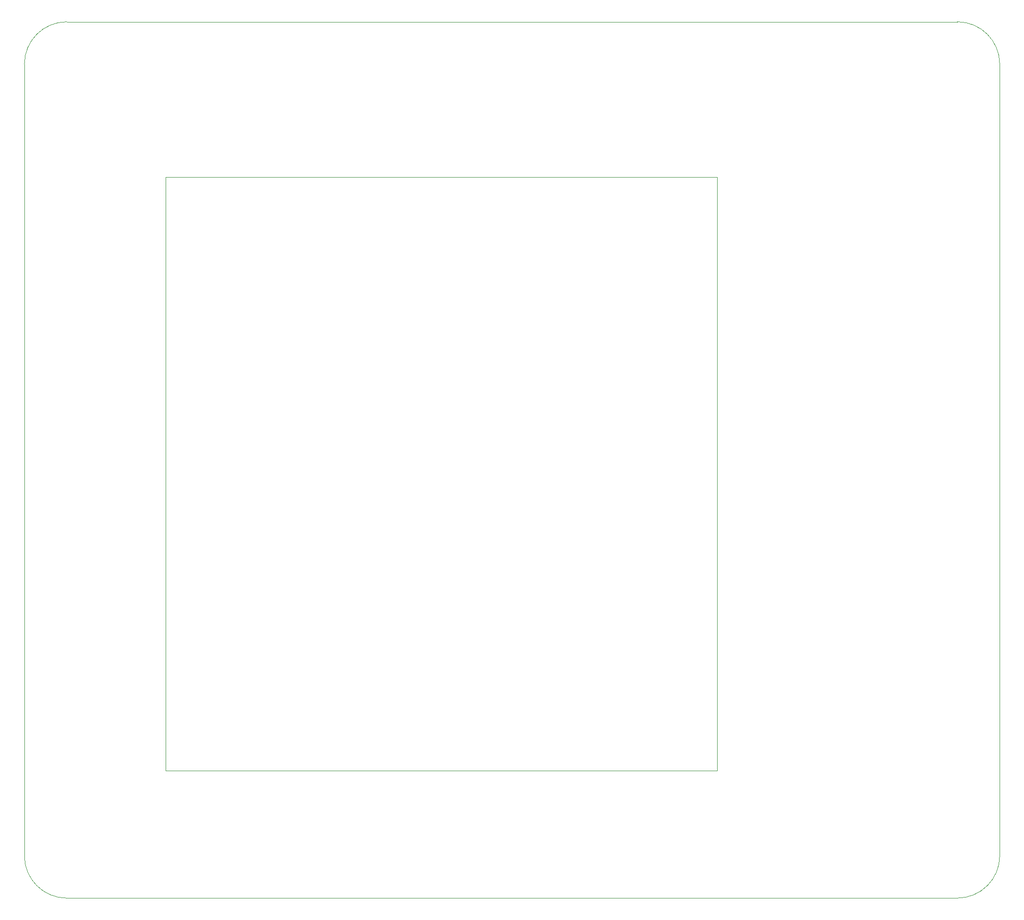
<source format=gbr>
From f6c4f43a3b8c370dca4661f65685b8cd7aecdbd6 Mon Sep 17 00:00:00 2001
From: Sam Anthony <sam@samanthony.xyz>
Date: Wed, 1 Oct 2025 11:20:14 -0400
Subject: manufacturing files

---
 hw/manufacturing/can_gauge_interface-Edge_Cuts.gbr | 39 +++++-----------------
 1 file changed, 8 insertions(+), 31 deletions(-)

(limited to 'hw/manufacturing/can_gauge_interface-Edge_Cuts.gbr')

diff --git a/hw/manufacturing/can_gauge_interface-Edge_Cuts.gbr b/hw/manufacturing/can_gauge_interface-Edge_Cuts.gbr
index 7e91ce7..9240b3b 100644
--- a/hw/manufacturing/can_gauge_interface-Edge_Cuts.gbr
+++ b/hw/manufacturing/can_gauge_interface-Edge_Cuts.gbr
@@ -1,11 +1,11 @@
 %TF.GenerationSoftware,KiCad,Pcbnew,9.0.0*%
-%TF.CreationDate,2025-09-27T10:55:47-04:00*%
-%TF.ProjectId,can_gauge_interface,63616e5f-6761-4756-9765-5f696e746572,0.1*%
+%TF.CreationDate,2025-10-01T11:12:33-04:00*%
+%TF.ProjectId,can_gauge_interface,63616e5f-6761-4756-9765-5f696e746572,0.2*%
 %TF.SameCoordinates,Original*%
 %TF.FileFunction,Profile,NP*%
 %FSLAX46Y46*%
 G04 Gerber Fmt 4.6, Leading zero omitted, Abs format (unit mm)*
-G04 Created by KiCad (PCBNEW 9.0.0) date 2025-09-27 10:55:47*
+G04 Created by KiCad (PCBNEW 9.0.0) date 2025-10-01 11:12:33*
 %MOMM*%
 %LPD*%
 G01*
@@ -15,32 +15,9 @@ G04 APERTURE LIST*
 %TD*%
 G04 APERTURE END LIST*
 D10*
-X25000000Y-82500000D02*
-G75*
-G02*
-X32500000Y-75000000I7500000J0D01*
-G01*
-X197500000Y-222500000D02*
-G75*
-G02*
-X190000000Y-230000000I-7500000J0D01*
-G01*
-X32500000Y-230000000D02*
-X190000000Y-230000000D01*
-X32500000Y-230000000D02*
-G75*
-G02*
-X25000000Y-222500000I0J7500000D01*
-G01*
-X25000000Y-222500000D02*
-X25000000Y-82500000D01*
-X32500000Y-75000000D02*
-X190000000Y-75000000D01*
-X197500000Y-82500000D02*
-X197500000Y-222500000D01*
-X190000000Y-75000000D02*
-G75*
-G02*
-X197500000Y-82500000I0J-7500000D01*
-G01*
+X50000000Y-102500000D02*
+X147500000Y-102500000D01*
+X147500000Y-207500000D01*
+X50000000Y-207500000D01*
+X50000000Y-102500000D01*
 M02*
-- 
cgit v1.2.3


</source>
